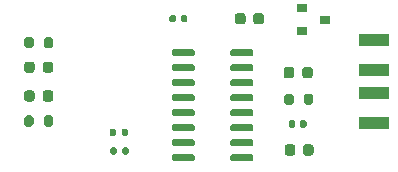
<source format=gbr>
G04 #@! TF.GenerationSoftware,KiCad,Pcbnew,(5.1.10)-1*
G04 #@! TF.CreationDate,2021-06-05T02:46:31+08:00*
G04 #@! TF.ProjectId,ch340,63683334-302e-46b6-9963-61645f706362,rev?*
G04 #@! TF.SameCoordinates,Original*
G04 #@! TF.FileFunction,Paste,Top*
G04 #@! TF.FilePolarity,Positive*
%FSLAX46Y46*%
G04 Gerber Fmt 4.6, Leading zero omitted, Abs format (unit mm)*
G04 Created by KiCad (PCBNEW (5.1.10)-1) date 2021-06-05 02:46:31*
%MOMM*%
%LPD*%
G01*
G04 APERTURE LIST*
%ADD10R,2.500000X1.100000*%
%ADD11R,0.900000X0.800000*%
G04 APERTURE END LIST*
G36*
G01*
X144442000Y-93102200D02*
X144442000Y-92602200D01*
G75*
G02*
X144667000Y-92377200I225000J0D01*
G01*
X145117000Y-92377200D01*
G75*
G02*
X145342000Y-92602200I0J-225000D01*
G01*
X145342000Y-93102200D01*
G75*
G02*
X145117000Y-93327200I-225000J0D01*
G01*
X144667000Y-93327200D01*
G75*
G02*
X144442000Y-93102200I0J225000D01*
G01*
G37*
G36*
G01*
X142892000Y-93102200D02*
X142892000Y-92602200D01*
G75*
G02*
X143117000Y-92377200I225000J0D01*
G01*
X143567000Y-92377200D01*
G75*
G02*
X143792000Y-92602200I0J-225000D01*
G01*
X143792000Y-93102200D01*
G75*
G02*
X143567000Y-93327200I-225000J0D01*
G01*
X143117000Y-93327200D01*
G75*
G02*
X142892000Y-93102200I0J225000D01*
G01*
G37*
G36*
G01*
X147100000Y-104215000D02*
X147100000Y-103715000D01*
G75*
G02*
X147325000Y-103490000I225000J0D01*
G01*
X147775000Y-103490000D01*
G75*
G02*
X148000000Y-103715000I0J-225000D01*
G01*
X148000000Y-104215000D01*
G75*
G02*
X147775000Y-104440000I-225000J0D01*
G01*
X147325000Y-104440000D01*
G75*
G02*
X147100000Y-104215000I0J225000D01*
G01*
G37*
G36*
G01*
X148650000Y-104215000D02*
X148650000Y-103715000D01*
G75*
G02*
X148875000Y-103490000I225000J0D01*
G01*
X149325000Y-103490000D01*
G75*
G02*
X149550000Y-103715000I0J-225000D01*
G01*
X149550000Y-104215000D01*
G75*
G02*
X149325000Y-104440000I-225000J0D01*
G01*
X148875000Y-104440000D01*
G75*
G02*
X148650000Y-104215000I0J225000D01*
G01*
G37*
G36*
G01*
X148388000Y-101940000D02*
X148388000Y-101600000D01*
G75*
G02*
X148528000Y-101460000I140000J0D01*
G01*
X148808000Y-101460000D01*
G75*
G02*
X148948000Y-101600000I0J-140000D01*
G01*
X148948000Y-101940000D01*
G75*
G02*
X148808000Y-102080000I-140000J0D01*
G01*
X148528000Y-102080000D01*
G75*
G02*
X148388000Y-101940000I0J140000D01*
G01*
G37*
G36*
G01*
X147428000Y-101940000D02*
X147428000Y-101600000D01*
G75*
G02*
X147568000Y-101460000I140000J0D01*
G01*
X147848000Y-101460000D01*
G75*
G02*
X147988000Y-101600000I0J-140000D01*
G01*
X147988000Y-101940000D01*
G75*
G02*
X147848000Y-102080000I-140000J0D01*
G01*
X147568000Y-102080000D01*
G75*
G02*
X147428000Y-101940000I0J140000D01*
G01*
G37*
G36*
G01*
X137345000Y-93022200D02*
X137345000Y-92682200D01*
G75*
G02*
X137485000Y-92542200I140000J0D01*
G01*
X137765000Y-92542200D01*
G75*
G02*
X137905000Y-92682200I0J-140000D01*
G01*
X137905000Y-93022200D01*
G75*
G02*
X137765000Y-93162200I-140000J0D01*
G01*
X137485000Y-93162200D01*
G75*
G02*
X137345000Y-93022200I0J140000D01*
G01*
G37*
G36*
G01*
X138305000Y-93022200D02*
X138305000Y-92682200D01*
G75*
G02*
X138445000Y-92542200I140000J0D01*
G01*
X138725000Y-92542200D01*
G75*
G02*
X138865000Y-92682200I0J-140000D01*
G01*
X138865000Y-93022200D01*
G75*
G02*
X138725000Y-93162200I-140000J0D01*
G01*
X138445000Y-93162200D01*
G75*
G02*
X138305000Y-93022200I0J140000D01*
G01*
G37*
G36*
G01*
X148597000Y-97677950D02*
X148597000Y-97165450D01*
G75*
G02*
X148815750Y-96946700I218750J0D01*
G01*
X149253250Y-96946700D01*
G75*
G02*
X149472000Y-97165450I0J-218750D01*
G01*
X149472000Y-97677950D01*
G75*
G02*
X149253250Y-97896700I-218750J0D01*
G01*
X148815750Y-97896700D01*
G75*
G02*
X148597000Y-97677950I0J218750D01*
G01*
G37*
G36*
G01*
X147022000Y-97677950D02*
X147022000Y-97165450D01*
G75*
G02*
X147240750Y-96946700I218750J0D01*
G01*
X147678250Y-96946700D01*
G75*
G02*
X147897000Y-97165450I0J-218750D01*
G01*
X147897000Y-97677950D01*
G75*
G02*
X147678250Y-97896700I-218750J0D01*
G01*
X147240750Y-97896700D01*
G75*
G02*
X147022000Y-97677950I0J218750D01*
G01*
G37*
G36*
G01*
X126626000Y-99654050D02*
X126626000Y-99141550D01*
G75*
G02*
X126844750Y-98922800I218750J0D01*
G01*
X127282250Y-98922800D01*
G75*
G02*
X127501000Y-99141550I0J-218750D01*
G01*
X127501000Y-99654050D01*
G75*
G02*
X127282250Y-99872800I-218750J0D01*
G01*
X126844750Y-99872800D01*
G75*
G02*
X126626000Y-99654050I0J218750D01*
G01*
G37*
G36*
G01*
X125051000Y-99654050D02*
X125051000Y-99141550D01*
G75*
G02*
X125269750Y-98922800I218750J0D01*
G01*
X125707250Y-98922800D01*
G75*
G02*
X125926000Y-99141550I0J-218750D01*
G01*
X125926000Y-99654050D01*
G75*
G02*
X125707250Y-99872800I-218750J0D01*
G01*
X125269750Y-99872800D01*
G75*
G02*
X125051000Y-99654050I0J218750D01*
G01*
G37*
G36*
G01*
X125051000Y-97213050D02*
X125051000Y-96700550D01*
G75*
G02*
X125269750Y-96481800I218750J0D01*
G01*
X125707250Y-96481800D01*
G75*
G02*
X125926000Y-96700550I0J-218750D01*
G01*
X125926000Y-97213050D01*
G75*
G02*
X125707250Y-97431800I-218750J0D01*
G01*
X125269750Y-97431800D01*
G75*
G02*
X125051000Y-97213050I0J218750D01*
G01*
G37*
G36*
G01*
X126626000Y-97213050D02*
X126626000Y-96700550D01*
G75*
G02*
X126844750Y-96481800I218750J0D01*
G01*
X127282250Y-96481800D01*
G75*
G02*
X127501000Y-96700550I0J-218750D01*
G01*
X127501000Y-97213050D01*
G75*
G02*
X127282250Y-97431800I-218750J0D01*
G01*
X126844750Y-97431800D01*
G75*
G02*
X126626000Y-97213050I0J218750D01*
G01*
G37*
D10*
X154675000Y-97165900D03*
X154675000Y-99165900D03*
X154675000Y-94665900D03*
X154675000Y-101665900D03*
G36*
G01*
X132331000Y-104239000D02*
X132331000Y-103869000D01*
G75*
G02*
X132466000Y-103734000I135000J0D01*
G01*
X132736000Y-103734000D01*
G75*
G02*
X132871000Y-103869000I0J-135000D01*
G01*
X132871000Y-104239000D01*
G75*
G02*
X132736000Y-104374000I-135000J0D01*
G01*
X132466000Y-104374000D01*
G75*
G02*
X132331000Y-104239000I0J135000D01*
G01*
G37*
G36*
G01*
X133351000Y-104239000D02*
X133351000Y-103869000D01*
G75*
G02*
X133486000Y-103734000I135000J0D01*
G01*
X133756000Y-103734000D01*
G75*
G02*
X133891000Y-103869000I0J-135000D01*
G01*
X133891000Y-104239000D01*
G75*
G02*
X133756000Y-104374000I-135000J0D01*
G01*
X133486000Y-104374000D01*
G75*
G02*
X133351000Y-104239000I0J135000D01*
G01*
G37*
G36*
G01*
X133298000Y-102666000D02*
X133298000Y-102296000D01*
G75*
G02*
X133433000Y-102161000I135000J0D01*
G01*
X133703000Y-102161000D01*
G75*
G02*
X133838000Y-102296000I0J-135000D01*
G01*
X133838000Y-102666000D01*
G75*
G02*
X133703000Y-102801000I-135000J0D01*
G01*
X133433000Y-102801000D01*
G75*
G02*
X133298000Y-102666000I0J135000D01*
G01*
G37*
G36*
G01*
X132278000Y-102666000D02*
X132278000Y-102296000D01*
G75*
G02*
X132413000Y-102161000I135000J0D01*
G01*
X132683000Y-102161000D01*
G75*
G02*
X132818000Y-102296000I0J-135000D01*
G01*
X132818000Y-102666000D01*
G75*
G02*
X132683000Y-102801000I-135000J0D01*
G01*
X132413000Y-102801000D01*
G75*
G02*
X132278000Y-102666000I0J135000D01*
G01*
G37*
G36*
G01*
X148705000Y-99942000D02*
X148705000Y-99392000D01*
G75*
G02*
X148905000Y-99192000I200000J0D01*
G01*
X149305000Y-99192000D01*
G75*
G02*
X149505000Y-99392000I0J-200000D01*
G01*
X149505000Y-99942000D01*
G75*
G02*
X149305000Y-100142000I-200000J0D01*
G01*
X148905000Y-100142000D01*
G75*
G02*
X148705000Y-99942000I0J200000D01*
G01*
G37*
G36*
G01*
X147055000Y-99942000D02*
X147055000Y-99392000D01*
G75*
G02*
X147255000Y-99192000I200000J0D01*
G01*
X147655000Y-99192000D01*
G75*
G02*
X147855000Y-99392000I0J-200000D01*
G01*
X147855000Y-99942000D01*
G75*
G02*
X147655000Y-100142000I-200000J0D01*
G01*
X147255000Y-100142000D01*
G75*
G02*
X147055000Y-99942000I0J200000D01*
G01*
G37*
G36*
G01*
X125051000Y-101789000D02*
X125051000Y-101239000D01*
G75*
G02*
X125251000Y-101039000I200000J0D01*
G01*
X125651000Y-101039000D01*
G75*
G02*
X125851000Y-101239000I0J-200000D01*
G01*
X125851000Y-101789000D01*
G75*
G02*
X125651000Y-101989000I-200000J0D01*
G01*
X125251000Y-101989000D01*
G75*
G02*
X125051000Y-101789000I0J200000D01*
G01*
G37*
G36*
G01*
X126701000Y-101789000D02*
X126701000Y-101239000D01*
G75*
G02*
X126901000Y-101039000I200000J0D01*
G01*
X127301000Y-101039000D01*
G75*
G02*
X127501000Y-101239000I0J-200000D01*
G01*
X127501000Y-101789000D01*
G75*
G02*
X127301000Y-101989000I-200000J0D01*
G01*
X126901000Y-101989000D01*
G75*
G02*
X126701000Y-101789000I0J200000D01*
G01*
G37*
G36*
G01*
X125051000Y-95171900D02*
X125051000Y-94621900D01*
G75*
G02*
X125251000Y-94421900I200000J0D01*
G01*
X125651000Y-94421900D01*
G75*
G02*
X125851000Y-94621900I0J-200000D01*
G01*
X125851000Y-95171900D01*
G75*
G02*
X125651000Y-95371900I-200000J0D01*
G01*
X125251000Y-95371900D01*
G75*
G02*
X125051000Y-95171900I0J200000D01*
G01*
G37*
G36*
G01*
X126701000Y-95171900D02*
X126701000Y-94621900D01*
G75*
G02*
X126901000Y-94421900I200000J0D01*
G01*
X127301000Y-94421900D01*
G75*
G02*
X127501000Y-94621900I0J-200000D01*
G01*
X127501000Y-95171900D01*
G75*
G02*
X127301000Y-95371900I-200000J0D01*
G01*
X126901000Y-95371900D01*
G75*
G02*
X126701000Y-95171900I0J200000D01*
G01*
G37*
G36*
G01*
X137553000Y-95893000D02*
X137553000Y-95593000D01*
G75*
G02*
X137703000Y-95443000I150000J0D01*
G01*
X139353000Y-95443000D01*
G75*
G02*
X139503000Y-95593000I0J-150000D01*
G01*
X139503000Y-95893000D01*
G75*
G02*
X139353000Y-96043000I-150000J0D01*
G01*
X137703000Y-96043000D01*
G75*
G02*
X137553000Y-95893000I0J150000D01*
G01*
G37*
G36*
G01*
X137553000Y-97163000D02*
X137553000Y-96863000D01*
G75*
G02*
X137703000Y-96713000I150000J0D01*
G01*
X139353000Y-96713000D01*
G75*
G02*
X139503000Y-96863000I0J-150000D01*
G01*
X139503000Y-97163000D01*
G75*
G02*
X139353000Y-97313000I-150000J0D01*
G01*
X137703000Y-97313000D01*
G75*
G02*
X137553000Y-97163000I0J150000D01*
G01*
G37*
G36*
G01*
X137553000Y-98433000D02*
X137553000Y-98133000D01*
G75*
G02*
X137703000Y-97983000I150000J0D01*
G01*
X139353000Y-97983000D01*
G75*
G02*
X139503000Y-98133000I0J-150000D01*
G01*
X139503000Y-98433000D01*
G75*
G02*
X139353000Y-98583000I-150000J0D01*
G01*
X137703000Y-98583000D01*
G75*
G02*
X137553000Y-98433000I0J150000D01*
G01*
G37*
G36*
G01*
X137553000Y-99703000D02*
X137553000Y-99403000D01*
G75*
G02*
X137703000Y-99253000I150000J0D01*
G01*
X139353000Y-99253000D01*
G75*
G02*
X139503000Y-99403000I0J-150000D01*
G01*
X139503000Y-99703000D01*
G75*
G02*
X139353000Y-99853000I-150000J0D01*
G01*
X137703000Y-99853000D01*
G75*
G02*
X137553000Y-99703000I0J150000D01*
G01*
G37*
G36*
G01*
X137553000Y-100973000D02*
X137553000Y-100673000D01*
G75*
G02*
X137703000Y-100523000I150000J0D01*
G01*
X139353000Y-100523000D01*
G75*
G02*
X139503000Y-100673000I0J-150000D01*
G01*
X139503000Y-100973000D01*
G75*
G02*
X139353000Y-101123000I-150000J0D01*
G01*
X137703000Y-101123000D01*
G75*
G02*
X137553000Y-100973000I0J150000D01*
G01*
G37*
G36*
G01*
X137553000Y-102243000D02*
X137553000Y-101943000D01*
G75*
G02*
X137703000Y-101793000I150000J0D01*
G01*
X139353000Y-101793000D01*
G75*
G02*
X139503000Y-101943000I0J-150000D01*
G01*
X139503000Y-102243000D01*
G75*
G02*
X139353000Y-102393000I-150000J0D01*
G01*
X137703000Y-102393000D01*
G75*
G02*
X137553000Y-102243000I0J150000D01*
G01*
G37*
G36*
G01*
X137553000Y-103513000D02*
X137553000Y-103213000D01*
G75*
G02*
X137703000Y-103063000I150000J0D01*
G01*
X139353000Y-103063000D01*
G75*
G02*
X139503000Y-103213000I0J-150000D01*
G01*
X139503000Y-103513000D01*
G75*
G02*
X139353000Y-103663000I-150000J0D01*
G01*
X137703000Y-103663000D01*
G75*
G02*
X137553000Y-103513000I0J150000D01*
G01*
G37*
G36*
G01*
X137553000Y-104783000D02*
X137553000Y-104483000D01*
G75*
G02*
X137703000Y-104333000I150000J0D01*
G01*
X139353000Y-104333000D01*
G75*
G02*
X139503000Y-104483000I0J-150000D01*
G01*
X139503000Y-104783000D01*
G75*
G02*
X139353000Y-104933000I-150000J0D01*
G01*
X137703000Y-104933000D01*
G75*
G02*
X137553000Y-104783000I0J150000D01*
G01*
G37*
G36*
G01*
X142503000Y-104783000D02*
X142503000Y-104483000D01*
G75*
G02*
X142653000Y-104333000I150000J0D01*
G01*
X144303000Y-104333000D01*
G75*
G02*
X144453000Y-104483000I0J-150000D01*
G01*
X144453000Y-104783000D01*
G75*
G02*
X144303000Y-104933000I-150000J0D01*
G01*
X142653000Y-104933000D01*
G75*
G02*
X142503000Y-104783000I0J150000D01*
G01*
G37*
G36*
G01*
X142503000Y-103513000D02*
X142503000Y-103213000D01*
G75*
G02*
X142653000Y-103063000I150000J0D01*
G01*
X144303000Y-103063000D01*
G75*
G02*
X144453000Y-103213000I0J-150000D01*
G01*
X144453000Y-103513000D01*
G75*
G02*
X144303000Y-103663000I-150000J0D01*
G01*
X142653000Y-103663000D01*
G75*
G02*
X142503000Y-103513000I0J150000D01*
G01*
G37*
G36*
G01*
X142503000Y-102243000D02*
X142503000Y-101943000D01*
G75*
G02*
X142653000Y-101793000I150000J0D01*
G01*
X144303000Y-101793000D01*
G75*
G02*
X144453000Y-101943000I0J-150000D01*
G01*
X144453000Y-102243000D01*
G75*
G02*
X144303000Y-102393000I-150000J0D01*
G01*
X142653000Y-102393000D01*
G75*
G02*
X142503000Y-102243000I0J150000D01*
G01*
G37*
G36*
G01*
X142503000Y-100973000D02*
X142503000Y-100673000D01*
G75*
G02*
X142653000Y-100523000I150000J0D01*
G01*
X144303000Y-100523000D01*
G75*
G02*
X144453000Y-100673000I0J-150000D01*
G01*
X144453000Y-100973000D01*
G75*
G02*
X144303000Y-101123000I-150000J0D01*
G01*
X142653000Y-101123000D01*
G75*
G02*
X142503000Y-100973000I0J150000D01*
G01*
G37*
G36*
G01*
X142503000Y-99703000D02*
X142503000Y-99403000D01*
G75*
G02*
X142653000Y-99253000I150000J0D01*
G01*
X144303000Y-99253000D01*
G75*
G02*
X144453000Y-99403000I0J-150000D01*
G01*
X144453000Y-99703000D01*
G75*
G02*
X144303000Y-99853000I-150000J0D01*
G01*
X142653000Y-99853000D01*
G75*
G02*
X142503000Y-99703000I0J150000D01*
G01*
G37*
G36*
G01*
X142503000Y-98433000D02*
X142503000Y-98133000D01*
G75*
G02*
X142653000Y-97983000I150000J0D01*
G01*
X144303000Y-97983000D01*
G75*
G02*
X144453000Y-98133000I0J-150000D01*
G01*
X144453000Y-98433000D01*
G75*
G02*
X144303000Y-98583000I-150000J0D01*
G01*
X142653000Y-98583000D01*
G75*
G02*
X142503000Y-98433000I0J150000D01*
G01*
G37*
G36*
G01*
X142503000Y-97163000D02*
X142503000Y-96863000D01*
G75*
G02*
X142653000Y-96713000I150000J0D01*
G01*
X144303000Y-96713000D01*
G75*
G02*
X144453000Y-96863000I0J-150000D01*
G01*
X144453000Y-97163000D01*
G75*
G02*
X144303000Y-97313000I-150000J0D01*
G01*
X142653000Y-97313000D01*
G75*
G02*
X142503000Y-97163000I0J150000D01*
G01*
G37*
G36*
G01*
X142503000Y-95893000D02*
X142503000Y-95593000D01*
G75*
G02*
X142653000Y-95443000I150000J0D01*
G01*
X144303000Y-95443000D01*
G75*
G02*
X144453000Y-95593000I0J-150000D01*
G01*
X144453000Y-95893000D01*
G75*
G02*
X144303000Y-96043000I-150000J0D01*
G01*
X142653000Y-96043000D01*
G75*
G02*
X142503000Y-95893000I0J150000D01*
G01*
G37*
D11*
X148540000Y-91980900D03*
X148540000Y-93880900D03*
X150540000Y-92930900D03*
M02*

</source>
